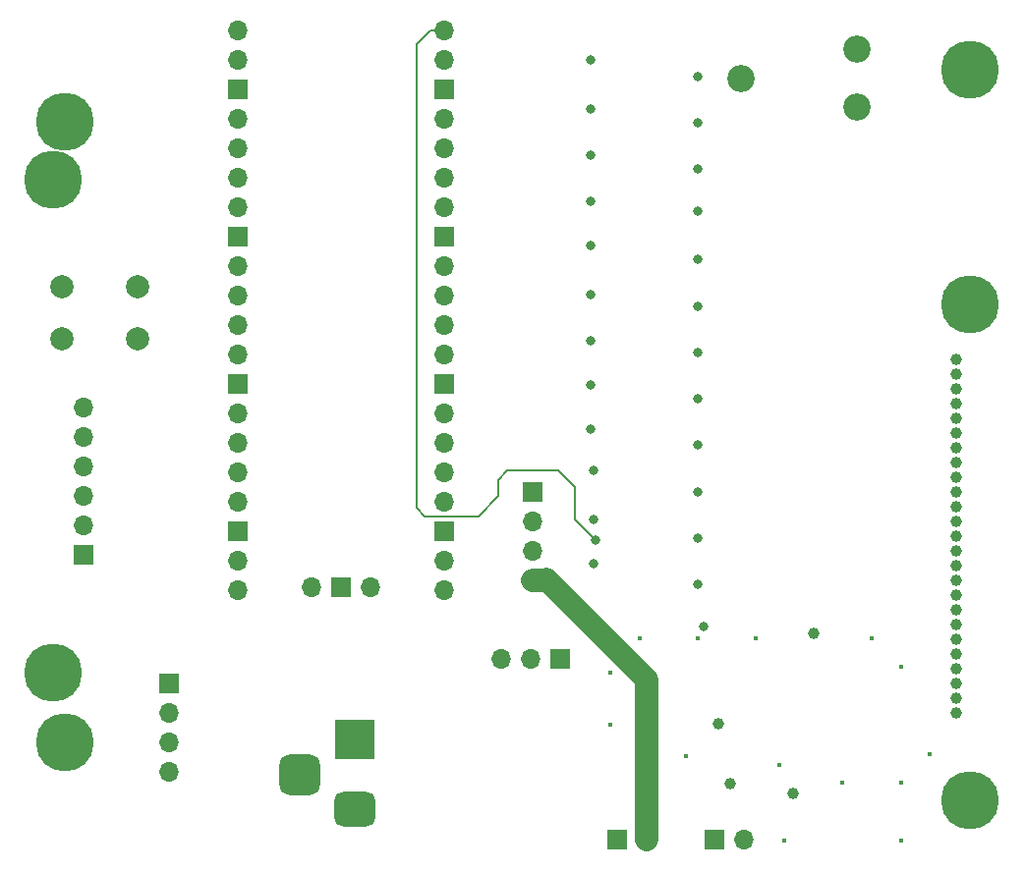
<source format=gtl>
%TF.GenerationSoftware,KiCad,Pcbnew,(6.0.7)*%
%TF.CreationDate,2023-01-31T21:17:35+00:00*%
%TF.ProjectId,dmf-5008-backpack,646d662d-3530-4303-982d-6261636b7061,rev?*%
%TF.SameCoordinates,Original*%
%TF.FileFunction,Copper,L1,Top*%
%TF.FilePolarity,Positive*%
%FSLAX46Y46*%
G04 Gerber Fmt 4.6, Leading zero omitted, Abs format (unit mm)*
G04 Created by KiCad (PCBNEW (6.0.7)) date 2023-01-31 21:17:35*
%MOMM*%
%LPD*%
G01*
G04 APERTURE LIST*
G04 Aperture macros list*
%AMRoundRect*
0 Rectangle with rounded corners*
0 $1 Rounding radius*
0 $2 $3 $4 $5 $6 $7 $8 $9 X,Y pos of 4 corners*
0 Add a 4 corners polygon primitive as box body*
4,1,4,$2,$3,$4,$5,$6,$7,$8,$9,$2,$3,0*
0 Add four circle primitives for the rounded corners*
1,1,$1+$1,$2,$3*
1,1,$1+$1,$4,$5*
1,1,$1+$1,$6,$7*
1,1,$1+$1,$8,$9*
0 Add four rect primitives between the rounded corners*
20,1,$1+$1,$2,$3,$4,$5,0*
20,1,$1+$1,$4,$5,$6,$7,0*
20,1,$1+$1,$6,$7,$8,$9,0*
20,1,$1+$1,$8,$9,$2,$3,0*%
G04 Aperture macros list end*
%TA.AperFunction,WasherPad*%
%ADD10C,5.000000*%
%TD*%
%TA.AperFunction,ComponentPad*%
%ADD11C,1.000000*%
%TD*%
%TA.AperFunction,ComponentPad*%
%ADD12C,2.000000*%
%TD*%
%TA.AperFunction,ComponentPad*%
%ADD13R,1.700000X1.700000*%
%TD*%
%TA.AperFunction,ComponentPad*%
%ADD14O,1.700000X1.700000*%
%TD*%
%TA.AperFunction,ComponentPad*%
%ADD15R,3.500000X3.500000*%
%TD*%
%TA.AperFunction,ComponentPad*%
%ADD16RoundRect,0.750000X1.000000X-0.750000X1.000000X0.750000X-1.000000X0.750000X-1.000000X-0.750000X0*%
%TD*%
%TA.AperFunction,ComponentPad*%
%ADD17RoundRect,0.875000X0.875000X-0.875000X0.875000X0.875000X-0.875000X0.875000X-0.875000X-0.875000X0*%
%TD*%
%TA.AperFunction,ComponentPad*%
%ADD18C,2.340000*%
%TD*%
%TA.AperFunction,ViaPad*%
%ADD19C,0.450000*%
%TD*%
%TA.AperFunction,ViaPad*%
%ADD20C,1.000000*%
%TD*%
%TA.AperFunction,ViaPad*%
%ADD21C,0.800000*%
%TD*%
%TA.AperFunction,Conductor*%
%ADD22C,2.000000*%
%TD*%
%TA.AperFunction,Conductor*%
%ADD23C,0.200000*%
%TD*%
G04 APERTURE END LIST*
D10*
X105500000Y-124000000D03*
X104500000Y-75500000D03*
X183500000Y-66000000D03*
X105500000Y-70500000D03*
X104500000Y-118000000D03*
X183500000Y-129000000D03*
X183500000Y-86250000D03*
D11*
X182300000Y-121500000D03*
X182300000Y-120230000D03*
X182300000Y-118960000D03*
X182300000Y-117690000D03*
X182300000Y-116420000D03*
X182300000Y-115150000D03*
X182300000Y-113880000D03*
X182300000Y-112610000D03*
X182300000Y-111340000D03*
X182300000Y-110070000D03*
X182300000Y-108800000D03*
X182300000Y-107530000D03*
X182300000Y-106260000D03*
X182300000Y-104990000D03*
X182300000Y-103720000D03*
X182300000Y-102450000D03*
X182300000Y-101180000D03*
X182300000Y-99910000D03*
X182300000Y-98640000D03*
X182300000Y-97370000D03*
X182300000Y-96100000D03*
X182300000Y-94830000D03*
X182300000Y-93560000D03*
X182300000Y-92290000D03*
X182300000Y-91020000D03*
D12*
X111750000Y-89250000D03*
X105250000Y-89250000D03*
X105250000Y-84750000D03*
X111750000Y-84750000D03*
D13*
X145750000Y-102420000D03*
D14*
X145750000Y-104960000D03*
X145750000Y-107500000D03*
X145750000Y-110040000D03*
D13*
X161460000Y-132400000D03*
D14*
X164000000Y-132400000D03*
D15*
X130442500Y-123800000D03*
D16*
X130442500Y-129800000D03*
D17*
X125742500Y-126800000D03*
D13*
X107100000Y-107850000D03*
D14*
X107100000Y-105310000D03*
X107100000Y-102770000D03*
X107100000Y-100230000D03*
X107100000Y-97690000D03*
X107100000Y-95150000D03*
D13*
X148200000Y-116800000D03*
D14*
X145660000Y-116800000D03*
X143120000Y-116800000D03*
D18*
X173750000Y-69250000D03*
X163750000Y-66750000D03*
X173750000Y-64250000D03*
D13*
X114500000Y-118960000D03*
D14*
X114500000Y-121500000D03*
X114500000Y-124040000D03*
X114500000Y-126580000D03*
D13*
X153060000Y-132400000D03*
D14*
X155600000Y-132400000D03*
X138140000Y-62620000D03*
X138140000Y-65160000D03*
D13*
X138140000Y-67700000D03*
D14*
X138140000Y-70240000D03*
X138140000Y-72780000D03*
X138140000Y-75320000D03*
X138140000Y-77860000D03*
D13*
X138140000Y-80400000D03*
D14*
X138140000Y-82940000D03*
X138140000Y-85480000D03*
X138140000Y-88020000D03*
X138140000Y-90560000D03*
D13*
X138140000Y-93100000D03*
D14*
X138140000Y-95640000D03*
X138140000Y-98180000D03*
X138140000Y-100720000D03*
X138140000Y-103260000D03*
D13*
X138140000Y-105800000D03*
D14*
X138140000Y-108340000D03*
X138140000Y-110880000D03*
X120360000Y-110880000D03*
X120360000Y-108340000D03*
D13*
X120360000Y-105800000D03*
D14*
X120360000Y-103260000D03*
X120360000Y-100720000D03*
X120360000Y-98180000D03*
X120360000Y-95640000D03*
D13*
X120360000Y-93100000D03*
D14*
X120360000Y-90560000D03*
X120360000Y-88020000D03*
X120360000Y-85480000D03*
X120360000Y-82940000D03*
D13*
X120360000Y-80400000D03*
D14*
X120360000Y-77860000D03*
X120360000Y-75320000D03*
X120360000Y-72780000D03*
X120360000Y-70240000D03*
D13*
X120360000Y-67700000D03*
D14*
X120360000Y-65160000D03*
X120360000Y-62620000D03*
X131790000Y-110650000D03*
D13*
X129250000Y-110650000D03*
D14*
X126710000Y-110650000D03*
D19*
X160000000Y-115000000D03*
X165000000Y-115000000D03*
X172500000Y-127500000D03*
D20*
X168200000Y-128400000D03*
D19*
X180000000Y-125000000D03*
X152500000Y-122500000D03*
X177500000Y-117500000D03*
X152500000Y-118000000D03*
X175000000Y-115000000D03*
D20*
X161800000Y-122400000D03*
D19*
X177500000Y-127500000D03*
X167000000Y-126000000D03*
X167500000Y-132500000D03*
X177500000Y-132500000D03*
X155000000Y-115000000D03*
X159000000Y-125200000D03*
D21*
X160000000Y-94400000D03*
D20*
X170000000Y-114600000D03*
D21*
X160000000Y-78200000D03*
X160000000Y-110400000D03*
X160000000Y-74600000D03*
X160000000Y-82400000D03*
X160500000Y-114000000D03*
X160000000Y-66600000D03*
X160000000Y-98400000D03*
X160000000Y-106400000D03*
X160000000Y-70600000D03*
X160000000Y-90400000D03*
X160000000Y-102400000D03*
D20*
X162800000Y-127600000D03*
D21*
X160000000Y-86400000D03*
X150800000Y-97000000D03*
X150800000Y-65200000D03*
X150800000Y-85400000D03*
X150800000Y-113200000D03*
X150800000Y-73400000D03*
X151000000Y-104800000D03*
X150800000Y-77400000D03*
X150800000Y-81200000D03*
X151000000Y-108600000D03*
X150800000Y-69400000D03*
X151000000Y-100600000D03*
X150800000Y-89400000D03*
X150800000Y-93200000D03*
X151200000Y-106600000D03*
D22*
X146960000Y-110040000D02*
X147000000Y-110000000D01*
X155600000Y-132400000D02*
X155600000Y-118600000D01*
X155600000Y-118600000D02*
X147000000Y-110000000D01*
X145750000Y-110040000D02*
X146960000Y-110040000D01*
D23*
X149400000Y-102000000D02*
X149400000Y-104800000D01*
X148000000Y-100600000D02*
X149400000Y-102000000D01*
X149400000Y-104800000D02*
X151200000Y-106600000D01*
X143600000Y-100600000D02*
X148000000Y-100600000D01*
X141100000Y-104500000D02*
X142800000Y-102800000D01*
X142800000Y-101400000D02*
X143600000Y-100600000D01*
X142800000Y-102800000D02*
X142800000Y-101400000D01*
X138140000Y-62620000D02*
X136980000Y-62620000D01*
X136500000Y-104500000D02*
X141100000Y-104500000D01*
X135800000Y-103800000D02*
X136500000Y-104500000D01*
X135800000Y-63800000D02*
X135800000Y-103800000D01*
X136980000Y-62620000D02*
X135800000Y-63800000D01*
M02*

</source>
